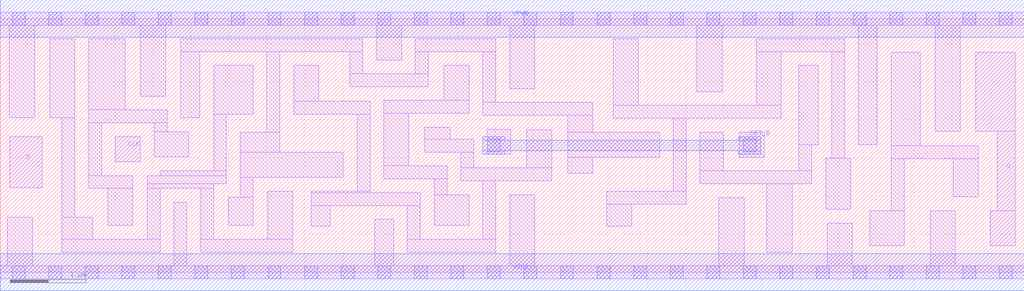
<source format=lef>
# Copyright 2020 The SkyWater PDK Authors
#
# Licensed under the Apache License, Version 2.0 (the "License");
# you may not use this file except in compliance with the License.
# You may obtain a copy of the License at
#
#     https://www.apache.org/licenses/LICENSE-2.0
#
# Unless required by applicable law or agreed to in writing, software
# distributed under the License is distributed on an "AS IS" BASIS,
# WITHOUT WARRANTIES OR CONDITIONS OF ANY KIND, either express or implied.
# See the License for the specific language governing permissions and
# limitations under the License.
#
# SPDX-License-Identifier: Apache-2.0

VERSION 5.7 ;
  NAMESCASESENSITIVE ON ;
  NOWIREEXTENSIONATPIN ON ;
  DIVIDERCHAR "/" ;
  BUSBITCHARS "[]" ;
UNITS
  DATABASE MICRONS 200 ;
END UNITS
MACRO sky130_fd_sc_lp__dfstp_lp
  CLASS CORE ;
  SOURCE USER ;
  FOREIGN sky130_fd_sc_lp__dfstp_lp ;
  ORIGIN  0.000000  0.000000 ;
  SIZE  13.44000 BY  3.330000 ;
  SYMMETRY X Y R90 ;
  SITE unit ;
  PIN D
    ANTENNAGATEAREA  0.376000 ;
    DIRECTION INPUT ;
    USE SIGNAL ;
    PORT
      LAYER li1 ;
        RECT 0.125000 1.110000 0.550000 1.780000 ;
    END
  END D
  PIN Q
    ANTENNADIFFAREA  0.404700 ;
    DIRECTION OUTPUT ;
    USE SIGNAL ;
    PORT
      LAYER li1 ;
        RECT 12.805000 1.850000 13.325000 2.890000 ;
        RECT 12.995000 0.350000 13.325000 0.810000 ;
        RECT 13.085000 0.810000 13.325000 1.850000 ;
    END
  END Q
  PIN SET_B
    ANTENNAGATEAREA  0.626000 ;
    DIRECTION INPUT ;
    USE SIGNAL ;
    PORT
      LAYER met1 ;
        RECT 6.335000 1.550000 6.625000 1.595000 ;
        RECT 6.335000 1.595000 9.985000 1.735000 ;
        RECT 6.335000 1.735000 6.625000 1.780000 ;
        RECT 9.695000 1.550000 9.985000 1.595000 ;
        RECT 9.695000 1.735000 9.985000 1.780000 ;
    END
  END SET_B
  PIN CLK
    ANTENNAGATEAREA  0.376000 ;
    DIRECTION INPUT ;
    USE CLOCK ;
    PORT
      LAYER li1 ;
        RECT 1.510000 1.450000 1.840000 1.780000 ;
    END
  END CLK
  PIN VGND
    DIRECTION INOUT ;
    USE GROUND ;
    PORT
      LAYER met1 ;
        RECT 0.000000 -0.245000 13.440000 0.245000 ;
    END
  END VGND
  PIN VPWR
    DIRECTION INOUT ;
    USE POWER ;
    PORT
      LAYER met1 ;
        RECT 0.000000 3.085000 13.440000 3.575000 ;
    END
  END VPWR
  OBS
    LAYER li1 ;
      RECT  0.000000 -0.085000 13.440000 0.085000 ;
      RECT  0.000000  3.245000 13.440000 3.415000 ;
      RECT  0.095000  0.085000  0.425000 0.725000 ;
      RECT  0.120000  2.025000  0.450000 3.245000 ;
      RECT  0.650000  2.025000  0.980000 3.065000 ;
      RECT  0.810000  0.265000  2.100000 0.435000 ;
      RECT  0.810000  0.435000  1.215000 0.725000 ;
      RECT  0.810000  0.725000  0.980000 2.025000 ;
      RECT  1.160000  1.100000  1.740000 1.270000 ;
      RECT  1.160000  1.270000  1.330000 1.960000 ;
      RECT  1.160000  1.960000  2.190000 2.130000 ;
      RECT  1.160000  2.130000  1.640000 3.065000 ;
      RECT  1.410000  0.615000  1.740000 1.100000 ;
      RECT  1.840000  2.310000  2.170000 3.245000 ;
      RECT  1.930000  0.435000  2.100000 1.100000 ;
      RECT  1.930000  1.100000  2.800000 1.165000 ;
      RECT  1.930000  1.165000  2.970000 1.270000 ;
      RECT  2.020000  1.515000  2.475000 1.845000 ;
      RECT  2.020000  1.845000  2.190000 1.960000 ;
      RECT  2.100000  1.270000  2.970000 1.335000 ;
      RECT  2.280000  0.085000  2.450000 0.920000 ;
      RECT  2.370000  2.025000  2.620000 2.895000 ;
      RECT  2.370000  2.895000  4.760000 3.065000 ;
      RECT  2.630000  0.265000  3.840000 0.435000 ;
      RECT  2.630000  0.435000  2.800000 1.100000 ;
      RECT  2.800000  1.335000  2.970000 2.075000 ;
      RECT  2.800000  2.075000  3.320000 2.715000 ;
      RECT  2.990000  0.615000  3.320000 0.985000 ;
      RECT  3.150000  0.985000  3.320000 1.245000 ;
      RECT  3.150000  1.245000  4.505000 1.575000 ;
      RECT  3.150000  1.575000  3.670000 1.840000 ;
      RECT  3.500000  1.840000  3.670000 2.895000 ;
      RECT  3.510000  0.435000  3.840000 1.065000 ;
      RECT  3.850000  2.075000  4.855000 2.245000 ;
      RECT  3.850000  2.245000  4.180000 2.715000 ;
      RECT  4.085000  0.605000  4.335000 0.875000 ;
      RECT  4.085000  0.875000  5.515000 1.045000 ;
      RECT  4.085000  1.045000  4.855000 1.065000 ;
      RECT  4.590000  2.435000  5.620000 2.605000 ;
      RECT  4.590000  2.605000  4.760000 2.895000 ;
      RECT  4.685000  1.065000  4.855000 2.075000 ;
      RECT  4.915000  0.085000  5.165000 0.695000 ;
      RECT  4.940000  2.785000  5.270000 3.245000 ;
      RECT  5.035000  1.225000  5.865000 1.395000 ;
      RECT  5.035000  1.395000  5.365000 2.085000 ;
      RECT  5.035000  2.085000  6.155000 2.255000 ;
      RECT  5.345000  0.265000  6.505000 0.435000 ;
      RECT  5.345000  0.435000  5.515000 0.875000 ;
      RECT  5.450000  2.605000  5.620000 2.895000 ;
      RECT  5.450000  2.895000  6.505000 3.065000 ;
      RECT  5.575000  1.575000  6.215000 1.745000 ;
      RECT  5.575000  1.745000  5.905000 1.905000 ;
      RECT  5.695000  0.615000  6.155000 1.020000 ;
      RECT  5.695000  1.020000  5.865000 1.225000 ;
      RECT  5.825000  2.255000  6.155000 2.715000 ;
      RECT  6.045000  1.200000  7.240000 1.370000 ;
      RECT  6.045000  1.370000  6.215000 1.575000 ;
      RECT  6.335000  0.435000  6.505000 1.200000 ;
      RECT  6.335000  2.060000  7.780000 2.230000 ;
      RECT  6.335000  2.230000  6.505000 2.895000 ;
      RECT  6.395000  1.550000  6.700000 1.880000 ;
      RECT  6.685000  0.085000  7.015000 1.020000 ;
      RECT  6.685000  2.410000  7.015000 3.245000 ;
      RECT  6.910000  1.370000  7.240000 1.870000 ;
      RECT  7.450000  1.300000  7.780000 1.510000 ;
      RECT  7.450000  1.510000  8.655000 1.840000 ;
      RECT  7.450000  1.840000  7.780000 2.060000 ;
      RECT  7.960000  0.605000  8.290000 0.895000 ;
      RECT  7.960000  0.895000  9.005000 1.065000 ;
      RECT  8.045000  2.020000 10.255000 2.190000 ;
      RECT  8.045000  2.190000  8.375000 3.065000 ;
      RECT  8.835000  1.065000  9.005000 2.020000 ;
      RECT  9.145000  2.370000  9.475000 3.245000 ;
      RECT  9.185000  1.160000 10.655000 1.330000 ;
      RECT  9.185000  1.330000  9.490000 1.840000 ;
      RECT  9.435000  0.085000  9.765000 0.980000 ;
      RECT  9.700000  1.510000 10.030000 1.840000 ;
      RECT  9.925000  2.190000 10.255000 2.895000 ;
      RECT  9.925000  2.895000 11.085000 3.065000 ;
      RECT 10.065000  0.265000 10.395000 1.160000 ;
      RECT 10.485000  1.330000 10.655000 1.675000 ;
      RECT 10.485000  1.675000 10.735000 2.715000 ;
      RECT 10.835000  0.825000 11.165000 1.495000 ;
      RECT 10.855000  0.085000 11.185000 0.645000 ;
      RECT 10.915000  1.495000 11.085000 2.895000 ;
      RECT 11.265000  1.675000 11.515000 3.245000 ;
      RECT 11.415000  0.350000 11.865000 0.810000 ;
      RECT 11.695000  0.810000 11.865000 1.490000 ;
      RECT 11.695000  1.490000 12.840000 1.660000 ;
      RECT 11.695000  1.660000 12.075000 2.890000 ;
      RECT 12.205000  0.085000 12.535000 0.810000 ;
      RECT 12.275000  1.850000 12.605000 3.245000 ;
      RECT 12.510000  0.990000 12.840000 1.490000 ;
    LAYER mcon ;
      RECT  0.155000 -0.085000  0.325000 0.085000 ;
      RECT  0.155000  3.245000  0.325000 3.415000 ;
      RECT  0.635000 -0.085000  0.805000 0.085000 ;
      RECT  0.635000  3.245000  0.805000 3.415000 ;
      RECT  1.115000 -0.085000  1.285000 0.085000 ;
      RECT  1.115000  3.245000  1.285000 3.415000 ;
      RECT  1.595000 -0.085000  1.765000 0.085000 ;
      RECT  1.595000  3.245000  1.765000 3.415000 ;
      RECT  2.075000 -0.085000  2.245000 0.085000 ;
      RECT  2.075000  3.245000  2.245000 3.415000 ;
      RECT  2.555000 -0.085000  2.725000 0.085000 ;
      RECT  2.555000  3.245000  2.725000 3.415000 ;
      RECT  3.035000 -0.085000  3.205000 0.085000 ;
      RECT  3.035000  3.245000  3.205000 3.415000 ;
      RECT  3.515000 -0.085000  3.685000 0.085000 ;
      RECT  3.515000  3.245000  3.685000 3.415000 ;
      RECT  3.995000 -0.085000  4.165000 0.085000 ;
      RECT  3.995000  3.245000  4.165000 3.415000 ;
      RECT  4.475000 -0.085000  4.645000 0.085000 ;
      RECT  4.475000  3.245000  4.645000 3.415000 ;
      RECT  4.955000 -0.085000  5.125000 0.085000 ;
      RECT  4.955000  3.245000  5.125000 3.415000 ;
      RECT  5.435000 -0.085000  5.605000 0.085000 ;
      RECT  5.435000  3.245000  5.605000 3.415000 ;
      RECT  5.915000 -0.085000  6.085000 0.085000 ;
      RECT  5.915000  3.245000  6.085000 3.415000 ;
      RECT  6.395000 -0.085000  6.565000 0.085000 ;
      RECT  6.395000  1.580000  6.565000 1.750000 ;
      RECT  6.395000  3.245000  6.565000 3.415000 ;
      RECT  6.875000 -0.085000  7.045000 0.085000 ;
      RECT  6.875000  3.245000  7.045000 3.415000 ;
      RECT  7.355000 -0.085000  7.525000 0.085000 ;
      RECT  7.355000  3.245000  7.525000 3.415000 ;
      RECT  7.835000 -0.085000  8.005000 0.085000 ;
      RECT  7.835000  3.245000  8.005000 3.415000 ;
      RECT  8.315000 -0.085000  8.485000 0.085000 ;
      RECT  8.315000  3.245000  8.485000 3.415000 ;
      RECT  8.795000 -0.085000  8.965000 0.085000 ;
      RECT  8.795000  3.245000  8.965000 3.415000 ;
      RECT  9.275000 -0.085000  9.445000 0.085000 ;
      RECT  9.275000  3.245000  9.445000 3.415000 ;
      RECT  9.755000 -0.085000  9.925000 0.085000 ;
      RECT  9.755000  1.580000  9.925000 1.750000 ;
      RECT  9.755000  3.245000  9.925000 3.415000 ;
      RECT 10.235000 -0.085000 10.405000 0.085000 ;
      RECT 10.235000  3.245000 10.405000 3.415000 ;
      RECT 10.715000 -0.085000 10.885000 0.085000 ;
      RECT 10.715000  3.245000 10.885000 3.415000 ;
      RECT 11.195000 -0.085000 11.365000 0.085000 ;
      RECT 11.195000  3.245000 11.365000 3.415000 ;
      RECT 11.675000 -0.085000 11.845000 0.085000 ;
      RECT 11.675000  3.245000 11.845000 3.415000 ;
      RECT 12.155000 -0.085000 12.325000 0.085000 ;
      RECT 12.155000  3.245000 12.325000 3.415000 ;
      RECT 12.635000 -0.085000 12.805000 0.085000 ;
      RECT 12.635000  3.245000 12.805000 3.415000 ;
      RECT 13.115000 -0.085000 13.285000 0.085000 ;
      RECT 13.115000  3.245000 13.285000 3.415000 ;
  END
END sky130_fd_sc_lp__dfstp_lp
END LIBRARY

</source>
